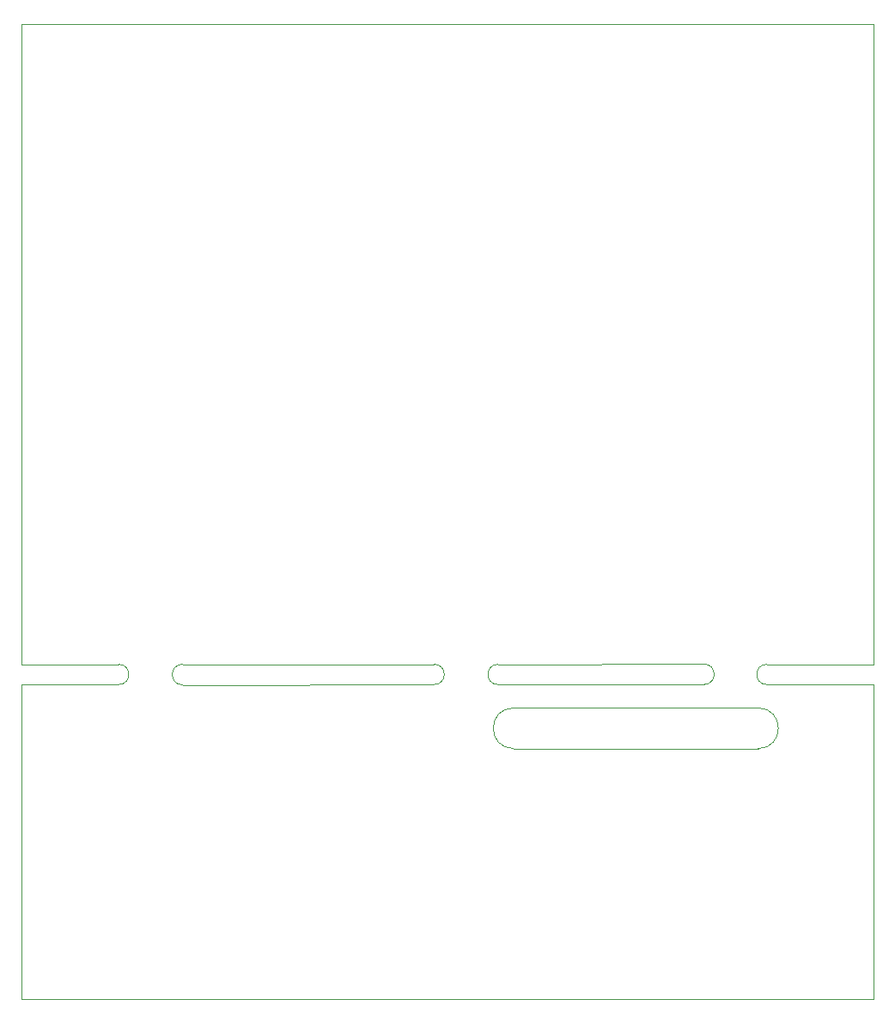
<source format=gm1>
G04 #@! TF.GenerationSoftware,KiCad,Pcbnew,(5.1.10)-1*
G04 #@! TF.CreationDate,2021-10-26T21:04:21+02:00*
G04 #@! TF.ProjectId,Load,4c6f6164-2e6b-4696-9361-645f70636258,rev?*
G04 #@! TF.SameCoordinates,Original*
G04 #@! TF.FileFunction,Profile,NP*
%FSLAX46Y46*%
G04 Gerber Fmt 4.6, Leading zero omitted, Abs format (unit mm)*
G04 Created by KiCad (PCBNEW (5.1.10)-1) date 2021-10-26 21:04:21*
%MOMM*%
%LPD*%
G01*
G04 APERTURE LIST*
G04 #@! TA.AperFunction,Profile*
%ADD10C,0.050000*%
G04 #@! TD*
G04 APERTURE END LIST*
D10*
X189431500Y-113298500D02*
G75*
G02*
X189431500Y-117298500I0J-2000000D01*
G01*
X189431500Y-117298500D02*
X165331500Y-117298500D01*
X165331500Y-113298500D02*
X189431500Y-113298500D01*
X165331500Y-117298500D02*
G75*
G02*
X165331500Y-113298500I0J2000000D01*
G01*
X163800000Y-109000000D02*
X184100000Y-108982000D01*
X132700000Y-109000000D02*
X157500000Y-108998500D01*
X116831500Y-108998500D02*
X126400000Y-108999000D01*
X116831500Y-45998500D02*
X116831500Y-108998500D01*
X200831500Y-45998500D02*
X116831500Y-45998500D01*
X200831500Y-108998500D02*
X200831500Y-45998500D01*
X190300000Y-109000000D02*
X200831500Y-108998500D01*
X200831500Y-110998500D02*
X190300000Y-111000000D01*
X200831500Y-141998500D02*
X200831500Y-110998500D01*
X116831500Y-141998500D02*
X200831500Y-141998500D01*
X116831500Y-110998500D02*
X116831500Y-141998500D01*
X126400000Y-110998000D02*
X116831500Y-110998500D01*
X157500000Y-110998500D02*
X132700000Y-111030500D01*
X184100000Y-110982000D02*
X163800000Y-111000000D01*
X157500000Y-108998500D02*
G75*
G02*
X157500000Y-110998500I0J-1000000D01*
G01*
X184100000Y-108982000D02*
G75*
G02*
X184100000Y-110982000I0J-1000000D01*
G01*
X190300000Y-110998000D02*
G75*
G02*
X190300000Y-108998000I0J1000000D01*
G01*
X163800000Y-110998500D02*
G75*
G02*
X163800000Y-108998500I0J1000000D01*
G01*
X132700000Y-111030500D02*
G75*
G02*
X132700000Y-108998500I0J1016000D01*
G01*
X126400000Y-108999000D02*
G75*
G02*
X126400000Y-110998000I0J-999500D01*
G01*
M02*

</source>
